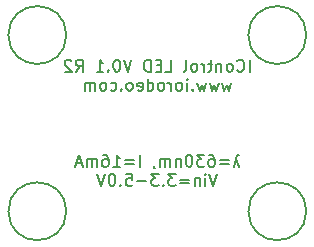
<source format=gbo>
%TF.GenerationSoftware,KiCad,Pcbnew,7.0.10-7.0.10~ubuntu22.04.1*%
%TF.CreationDate,2024-04-15T11:30:46-07:00*%
%TF.ProjectId,630nm_16mA,3633306e-6d5f-4313-966d-412e6b696361,rev?*%
%TF.SameCoordinates,Original*%
%TF.FileFunction,Legend,Bot*%
%TF.FilePolarity,Positive*%
%FSLAX46Y46*%
G04 Gerber Fmt 4.6, Leading zero omitted, Abs format (unit mm)*
G04 Created by KiCad (PCBNEW 7.0.10-7.0.10~ubuntu22.04.1) date 2024-04-15 11:30:46*
%MOMM*%
%LPD*%
G01*
G04 APERTURE LIST*
%ADD10C,0.150000*%
G04 APERTURE END LIST*
D10*
X70509524Y-55634819D02*
X70509524Y-54634819D01*
X69461906Y-55539580D02*
X69509525Y-55587200D01*
X69509525Y-55587200D02*
X69652382Y-55634819D01*
X69652382Y-55634819D02*
X69747620Y-55634819D01*
X69747620Y-55634819D02*
X69890477Y-55587200D01*
X69890477Y-55587200D02*
X69985715Y-55491961D01*
X69985715Y-55491961D02*
X70033334Y-55396723D01*
X70033334Y-55396723D02*
X70080953Y-55206247D01*
X70080953Y-55206247D02*
X70080953Y-55063390D01*
X70080953Y-55063390D02*
X70033334Y-54872914D01*
X70033334Y-54872914D02*
X69985715Y-54777676D01*
X69985715Y-54777676D02*
X69890477Y-54682438D01*
X69890477Y-54682438D02*
X69747620Y-54634819D01*
X69747620Y-54634819D02*
X69652382Y-54634819D01*
X69652382Y-54634819D02*
X69509525Y-54682438D01*
X69509525Y-54682438D02*
X69461906Y-54730057D01*
X68890477Y-55634819D02*
X68985715Y-55587200D01*
X68985715Y-55587200D02*
X69033334Y-55539580D01*
X69033334Y-55539580D02*
X69080953Y-55444342D01*
X69080953Y-55444342D02*
X69080953Y-55158628D01*
X69080953Y-55158628D02*
X69033334Y-55063390D01*
X69033334Y-55063390D02*
X68985715Y-55015771D01*
X68985715Y-55015771D02*
X68890477Y-54968152D01*
X68890477Y-54968152D02*
X68747620Y-54968152D01*
X68747620Y-54968152D02*
X68652382Y-55015771D01*
X68652382Y-55015771D02*
X68604763Y-55063390D01*
X68604763Y-55063390D02*
X68557144Y-55158628D01*
X68557144Y-55158628D02*
X68557144Y-55444342D01*
X68557144Y-55444342D02*
X68604763Y-55539580D01*
X68604763Y-55539580D02*
X68652382Y-55587200D01*
X68652382Y-55587200D02*
X68747620Y-55634819D01*
X68747620Y-55634819D02*
X68890477Y-55634819D01*
X68128572Y-54968152D02*
X68128572Y-55634819D01*
X68128572Y-55063390D02*
X68080953Y-55015771D01*
X68080953Y-55015771D02*
X67985715Y-54968152D01*
X67985715Y-54968152D02*
X67842858Y-54968152D01*
X67842858Y-54968152D02*
X67747620Y-55015771D01*
X67747620Y-55015771D02*
X67700001Y-55111009D01*
X67700001Y-55111009D02*
X67700001Y-55634819D01*
X67366667Y-54968152D02*
X66985715Y-54968152D01*
X67223810Y-54634819D02*
X67223810Y-55491961D01*
X67223810Y-55491961D02*
X67176191Y-55587200D01*
X67176191Y-55587200D02*
X67080953Y-55634819D01*
X67080953Y-55634819D02*
X66985715Y-55634819D01*
X66652381Y-55634819D02*
X66652381Y-54968152D01*
X66652381Y-55158628D02*
X66604762Y-55063390D01*
X66604762Y-55063390D02*
X66557143Y-55015771D01*
X66557143Y-55015771D02*
X66461905Y-54968152D01*
X66461905Y-54968152D02*
X66366667Y-54968152D01*
X65890476Y-55634819D02*
X65985714Y-55587200D01*
X65985714Y-55587200D02*
X66033333Y-55539580D01*
X66033333Y-55539580D02*
X66080952Y-55444342D01*
X66080952Y-55444342D02*
X66080952Y-55158628D01*
X66080952Y-55158628D02*
X66033333Y-55063390D01*
X66033333Y-55063390D02*
X65985714Y-55015771D01*
X65985714Y-55015771D02*
X65890476Y-54968152D01*
X65890476Y-54968152D02*
X65747619Y-54968152D01*
X65747619Y-54968152D02*
X65652381Y-55015771D01*
X65652381Y-55015771D02*
X65604762Y-55063390D01*
X65604762Y-55063390D02*
X65557143Y-55158628D01*
X65557143Y-55158628D02*
X65557143Y-55444342D01*
X65557143Y-55444342D02*
X65604762Y-55539580D01*
X65604762Y-55539580D02*
X65652381Y-55587200D01*
X65652381Y-55587200D02*
X65747619Y-55634819D01*
X65747619Y-55634819D02*
X65890476Y-55634819D01*
X64985714Y-55634819D02*
X65080952Y-55587200D01*
X65080952Y-55587200D02*
X65128571Y-55491961D01*
X65128571Y-55491961D02*
X65128571Y-54634819D01*
X63366666Y-55634819D02*
X63842856Y-55634819D01*
X63842856Y-55634819D02*
X63842856Y-54634819D01*
X63033332Y-55111009D02*
X62699999Y-55111009D01*
X62557142Y-55634819D02*
X63033332Y-55634819D01*
X63033332Y-55634819D02*
X63033332Y-54634819D01*
X63033332Y-54634819D02*
X62557142Y-54634819D01*
X62128570Y-55634819D02*
X62128570Y-54634819D01*
X62128570Y-54634819D02*
X61890475Y-54634819D01*
X61890475Y-54634819D02*
X61747618Y-54682438D01*
X61747618Y-54682438D02*
X61652380Y-54777676D01*
X61652380Y-54777676D02*
X61604761Y-54872914D01*
X61604761Y-54872914D02*
X61557142Y-55063390D01*
X61557142Y-55063390D02*
X61557142Y-55206247D01*
X61557142Y-55206247D02*
X61604761Y-55396723D01*
X61604761Y-55396723D02*
X61652380Y-55491961D01*
X61652380Y-55491961D02*
X61747618Y-55587200D01*
X61747618Y-55587200D02*
X61890475Y-55634819D01*
X61890475Y-55634819D02*
X62128570Y-55634819D01*
X60509522Y-54634819D02*
X60176189Y-55634819D01*
X60176189Y-55634819D02*
X59842856Y-54634819D01*
X59319046Y-54634819D02*
X59223808Y-54634819D01*
X59223808Y-54634819D02*
X59128570Y-54682438D01*
X59128570Y-54682438D02*
X59080951Y-54730057D01*
X59080951Y-54730057D02*
X59033332Y-54825295D01*
X59033332Y-54825295D02*
X58985713Y-55015771D01*
X58985713Y-55015771D02*
X58985713Y-55253866D01*
X58985713Y-55253866D02*
X59033332Y-55444342D01*
X59033332Y-55444342D02*
X59080951Y-55539580D01*
X59080951Y-55539580D02*
X59128570Y-55587200D01*
X59128570Y-55587200D02*
X59223808Y-55634819D01*
X59223808Y-55634819D02*
X59319046Y-55634819D01*
X59319046Y-55634819D02*
X59414284Y-55587200D01*
X59414284Y-55587200D02*
X59461903Y-55539580D01*
X59461903Y-55539580D02*
X59509522Y-55444342D01*
X59509522Y-55444342D02*
X59557141Y-55253866D01*
X59557141Y-55253866D02*
X59557141Y-55015771D01*
X59557141Y-55015771D02*
X59509522Y-54825295D01*
X59509522Y-54825295D02*
X59461903Y-54730057D01*
X59461903Y-54730057D02*
X59414284Y-54682438D01*
X59414284Y-54682438D02*
X59319046Y-54634819D01*
X58557141Y-55539580D02*
X58509522Y-55587200D01*
X58509522Y-55587200D02*
X58557141Y-55634819D01*
X58557141Y-55634819D02*
X58604760Y-55587200D01*
X58604760Y-55587200D02*
X58557141Y-55539580D01*
X58557141Y-55539580D02*
X58557141Y-55634819D01*
X57557142Y-55634819D02*
X58128570Y-55634819D01*
X57842856Y-55634819D02*
X57842856Y-54634819D01*
X57842856Y-54634819D02*
X57938094Y-54777676D01*
X57938094Y-54777676D02*
X58033332Y-54872914D01*
X58033332Y-54872914D02*
X58128570Y-54920533D01*
X55795237Y-55634819D02*
X56128570Y-55158628D01*
X56366665Y-55634819D02*
X56366665Y-54634819D01*
X56366665Y-54634819D02*
X55985713Y-54634819D01*
X55985713Y-54634819D02*
X55890475Y-54682438D01*
X55890475Y-54682438D02*
X55842856Y-54730057D01*
X55842856Y-54730057D02*
X55795237Y-54825295D01*
X55795237Y-54825295D02*
X55795237Y-54968152D01*
X55795237Y-54968152D02*
X55842856Y-55063390D01*
X55842856Y-55063390D02*
X55890475Y-55111009D01*
X55890475Y-55111009D02*
X55985713Y-55158628D01*
X55985713Y-55158628D02*
X56366665Y-55158628D01*
X55414284Y-54730057D02*
X55366665Y-54682438D01*
X55366665Y-54682438D02*
X55271427Y-54634819D01*
X55271427Y-54634819D02*
X55033332Y-54634819D01*
X55033332Y-54634819D02*
X54938094Y-54682438D01*
X54938094Y-54682438D02*
X54890475Y-54730057D01*
X54890475Y-54730057D02*
X54842856Y-54825295D01*
X54842856Y-54825295D02*
X54842856Y-54920533D01*
X54842856Y-54920533D02*
X54890475Y-55063390D01*
X54890475Y-55063390D02*
X55461903Y-55634819D01*
X55461903Y-55634819D02*
X54842856Y-55634819D01*
X68938094Y-56578152D02*
X68747618Y-57244819D01*
X68747618Y-57244819D02*
X68557142Y-56768628D01*
X68557142Y-56768628D02*
X68366666Y-57244819D01*
X68366666Y-57244819D02*
X68176190Y-56578152D01*
X67890475Y-56578152D02*
X67699999Y-57244819D01*
X67699999Y-57244819D02*
X67509523Y-56768628D01*
X67509523Y-56768628D02*
X67319047Y-57244819D01*
X67319047Y-57244819D02*
X67128571Y-56578152D01*
X66842856Y-56578152D02*
X66652380Y-57244819D01*
X66652380Y-57244819D02*
X66461904Y-56768628D01*
X66461904Y-56768628D02*
X66271428Y-57244819D01*
X66271428Y-57244819D02*
X66080952Y-56578152D01*
X65699999Y-57149580D02*
X65652380Y-57197200D01*
X65652380Y-57197200D02*
X65699999Y-57244819D01*
X65699999Y-57244819D02*
X65747618Y-57197200D01*
X65747618Y-57197200D02*
X65699999Y-57149580D01*
X65699999Y-57149580D02*
X65699999Y-57244819D01*
X65223809Y-57244819D02*
X65223809Y-56578152D01*
X65223809Y-56244819D02*
X65271428Y-56292438D01*
X65271428Y-56292438D02*
X65223809Y-56340057D01*
X65223809Y-56340057D02*
X65176190Y-56292438D01*
X65176190Y-56292438D02*
X65223809Y-56244819D01*
X65223809Y-56244819D02*
X65223809Y-56340057D01*
X64604762Y-57244819D02*
X64700000Y-57197200D01*
X64700000Y-57197200D02*
X64747619Y-57149580D01*
X64747619Y-57149580D02*
X64795238Y-57054342D01*
X64795238Y-57054342D02*
X64795238Y-56768628D01*
X64795238Y-56768628D02*
X64747619Y-56673390D01*
X64747619Y-56673390D02*
X64700000Y-56625771D01*
X64700000Y-56625771D02*
X64604762Y-56578152D01*
X64604762Y-56578152D02*
X64461905Y-56578152D01*
X64461905Y-56578152D02*
X64366667Y-56625771D01*
X64366667Y-56625771D02*
X64319048Y-56673390D01*
X64319048Y-56673390D02*
X64271429Y-56768628D01*
X64271429Y-56768628D02*
X64271429Y-57054342D01*
X64271429Y-57054342D02*
X64319048Y-57149580D01*
X64319048Y-57149580D02*
X64366667Y-57197200D01*
X64366667Y-57197200D02*
X64461905Y-57244819D01*
X64461905Y-57244819D02*
X64604762Y-57244819D01*
X63842857Y-57244819D02*
X63842857Y-56578152D01*
X63842857Y-56768628D02*
X63795238Y-56673390D01*
X63795238Y-56673390D02*
X63747619Y-56625771D01*
X63747619Y-56625771D02*
X63652381Y-56578152D01*
X63652381Y-56578152D02*
X63557143Y-56578152D01*
X63080952Y-57244819D02*
X63176190Y-57197200D01*
X63176190Y-57197200D02*
X63223809Y-57149580D01*
X63223809Y-57149580D02*
X63271428Y-57054342D01*
X63271428Y-57054342D02*
X63271428Y-56768628D01*
X63271428Y-56768628D02*
X63223809Y-56673390D01*
X63223809Y-56673390D02*
X63176190Y-56625771D01*
X63176190Y-56625771D02*
X63080952Y-56578152D01*
X63080952Y-56578152D02*
X62938095Y-56578152D01*
X62938095Y-56578152D02*
X62842857Y-56625771D01*
X62842857Y-56625771D02*
X62795238Y-56673390D01*
X62795238Y-56673390D02*
X62747619Y-56768628D01*
X62747619Y-56768628D02*
X62747619Y-57054342D01*
X62747619Y-57054342D02*
X62795238Y-57149580D01*
X62795238Y-57149580D02*
X62842857Y-57197200D01*
X62842857Y-57197200D02*
X62938095Y-57244819D01*
X62938095Y-57244819D02*
X63080952Y-57244819D01*
X61890476Y-57244819D02*
X61890476Y-56244819D01*
X61890476Y-57197200D02*
X61985714Y-57244819D01*
X61985714Y-57244819D02*
X62176190Y-57244819D01*
X62176190Y-57244819D02*
X62271428Y-57197200D01*
X62271428Y-57197200D02*
X62319047Y-57149580D01*
X62319047Y-57149580D02*
X62366666Y-57054342D01*
X62366666Y-57054342D02*
X62366666Y-56768628D01*
X62366666Y-56768628D02*
X62319047Y-56673390D01*
X62319047Y-56673390D02*
X62271428Y-56625771D01*
X62271428Y-56625771D02*
X62176190Y-56578152D01*
X62176190Y-56578152D02*
X61985714Y-56578152D01*
X61985714Y-56578152D02*
X61890476Y-56625771D01*
X61033333Y-57197200D02*
X61128571Y-57244819D01*
X61128571Y-57244819D02*
X61319047Y-57244819D01*
X61319047Y-57244819D02*
X61414285Y-57197200D01*
X61414285Y-57197200D02*
X61461904Y-57101961D01*
X61461904Y-57101961D02*
X61461904Y-56721009D01*
X61461904Y-56721009D02*
X61414285Y-56625771D01*
X61414285Y-56625771D02*
X61319047Y-56578152D01*
X61319047Y-56578152D02*
X61128571Y-56578152D01*
X61128571Y-56578152D02*
X61033333Y-56625771D01*
X61033333Y-56625771D02*
X60985714Y-56721009D01*
X60985714Y-56721009D02*
X60985714Y-56816247D01*
X60985714Y-56816247D02*
X61461904Y-56911485D01*
X60414285Y-57244819D02*
X60509523Y-57197200D01*
X60509523Y-57197200D02*
X60557142Y-57149580D01*
X60557142Y-57149580D02*
X60604761Y-57054342D01*
X60604761Y-57054342D02*
X60604761Y-56768628D01*
X60604761Y-56768628D02*
X60557142Y-56673390D01*
X60557142Y-56673390D02*
X60509523Y-56625771D01*
X60509523Y-56625771D02*
X60414285Y-56578152D01*
X60414285Y-56578152D02*
X60271428Y-56578152D01*
X60271428Y-56578152D02*
X60176190Y-56625771D01*
X60176190Y-56625771D02*
X60128571Y-56673390D01*
X60128571Y-56673390D02*
X60080952Y-56768628D01*
X60080952Y-56768628D02*
X60080952Y-57054342D01*
X60080952Y-57054342D02*
X60128571Y-57149580D01*
X60128571Y-57149580D02*
X60176190Y-57197200D01*
X60176190Y-57197200D02*
X60271428Y-57244819D01*
X60271428Y-57244819D02*
X60414285Y-57244819D01*
X59652380Y-57149580D02*
X59604761Y-57197200D01*
X59604761Y-57197200D02*
X59652380Y-57244819D01*
X59652380Y-57244819D02*
X59699999Y-57197200D01*
X59699999Y-57197200D02*
X59652380Y-57149580D01*
X59652380Y-57149580D02*
X59652380Y-57244819D01*
X58747619Y-57197200D02*
X58842857Y-57244819D01*
X58842857Y-57244819D02*
X59033333Y-57244819D01*
X59033333Y-57244819D02*
X59128571Y-57197200D01*
X59128571Y-57197200D02*
X59176190Y-57149580D01*
X59176190Y-57149580D02*
X59223809Y-57054342D01*
X59223809Y-57054342D02*
X59223809Y-56768628D01*
X59223809Y-56768628D02*
X59176190Y-56673390D01*
X59176190Y-56673390D02*
X59128571Y-56625771D01*
X59128571Y-56625771D02*
X59033333Y-56578152D01*
X59033333Y-56578152D02*
X58842857Y-56578152D01*
X58842857Y-56578152D02*
X58747619Y-56625771D01*
X58176190Y-57244819D02*
X58271428Y-57197200D01*
X58271428Y-57197200D02*
X58319047Y-57149580D01*
X58319047Y-57149580D02*
X58366666Y-57054342D01*
X58366666Y-57054342D02*
X58366666Y-56768628D01*
X58366666Y-56768628D02*
X58319047Y-56673390D01*
X58319047Y-56673390D02*
X58271428Y-56625771D01*
X58271428Y-56625771D02*
X58176190Y-56578152D01*
X58176190Y-56578152D02*
X58033333Y-56578152D01*
X58033333Y-56578152D02*
X57938095Y-56625771D01*
X57938095Y-56625771D02*
X57890476Y-56673390D01*
X57890476Y-56673390D02*
X57842857Y-56768628D01*
X57842857Y-56768628D02*
X57842857Y-57054342D01*
X57842857Y-57054342D02*
X57890476Y-57149580D01*
X57890476Y-57149580D02*
X57938095Y-57197200D01*
X57938095Y-57197200D02*
X58033333Y-57244819D01*
X58033333Y-57244819D02*
X58176190Y-57244819D01*
X57414285Y-57244819D02*
X57414285Y-56578152D01*
X57414285Y-56673390D02*
X57366666Y-56625771D01*
X57366666Y-56625771D02*
X57271428Y-56578152D01*
X57271428Y-56578152D02*
X57128571Y-56578152D01*
X57128571Y-56578152D02*
X57033333Y-56625771D01*
X57033333Y-56625771D02*
X56985714Y-56721009D01*
X56985714Y-56721009D02*
X56985714Y-57244819D01*
X56985714Y-56721009D02*
X56938095Y-56625771D01*
X56938095Y-56625771D02*
X56842857Y-56578152D01*
X56842857Y-56578152D02*
X56700000Y-56578152D01*
X56700000Y-56578152D02*
X56604761Y-56625771D01*
X56604761Y-56625771D02*
X56557142Y-56721009D01*
X56557142Y-56721009D02*
X56557142Y-57244819D01*
X69390475Y-63018152D02*
X69628570Y-63684819D01*
X69628570Y-62684819D02*
X69533332Y-62684819D01*
X69533332Y-62684819D02*
X69485713Y-62732438D01*
X69485713Y-62732438D02*
X69390475Y-63018152D01*
X69390475Y-63018152D02*
X69152380Y-63684819D01*
X68771427Y-63161009D02*
X68009523Y-63161009D01*
X68009523Y-63446723D02*
X68771427Y-63446723D01*
X67104761Y-62684819D02*
X67295237Y-62684819D01*
X67295237Y-62684819D02*
X67390475Y-62732438D01*
X67390475Y-62732438D02*
X67438094Y-62780057D01*
X67438094Y-62780057D02*
X67533332Y-62922914D01*
X67533332Y-62922914D02*
X67580951Y-63113390D01*
X67580951Y-63113390D02*
X67580951Y-63494342D01*
X67580951Y-63494342D02*
X67533332Y-63589580D01*
X67533332Y-63589580D02*
X67485713Y-63637200D01*
X67485713Y-63637200D02*
X67390475Y-63684819D01*
X67390475Y-63684819D02*
X67199999Y-63684819D01*
X67199999Y-63684819D02*
X67104761Y-63637200D01*
X67104761Y-63637200D02*
X67057142Y-63589580D01*
X67057142Y-63589580D02*
X67009523Y-63494342D01*
X67009523Y-63494342D02*
X67009523Y-63256247D01*
X67009523Y-63256247D02*
X67057142Y-63161009D01*
X67057142Y-63161009D02*
X67104761Y-63113390D01*
X67104761Y-63113390D02*
X67199999Y-63065771D01*
X67199999Y-63065771D02*
X67390475Y-63065771D01*
X67390475Y-63065771D02*
X67485713Y-63113390D01*
X67485713Y-63113390D02*
X67533332Y-63161009D01*
X67533332Y-63161009D02*
X67580951Y-63256247D01*
X66676189Y-62684819D02*
X66057142Y-62684819D01*
X66057142Y-62684819D02*
X66390475Y-63065771D01*
X66390475Y-63065771D02*
X66247618Y-63065771D01*
X66247618Y-63065771D02*
X66152380Y-63113390D01*
X66152380Y-63113390D02*
X66104761Y-63161009D01*
X66104761Y-63161009D02*
X66057142Y-63256247D01*
X66057142Y-63256247D02*
X66057142Y-63494342D01*
X66057142Y-63494342D02*
X66104761Y-63589580D01*
X66104761Y-63589580D02*
X66152380Y-63637200D01*
X66152380Y-63637200D02*
X66247618Y-63684819D01*
X66247618Y-63684819D02*
X66533332Y-63684819D01*
X66533332Y-63684819D02*
X66628570Y-63637200D01*
X66628570Y-63637200D02*
X66676189Y-63589580D01*
X65438094Y-62684819D02*
X65342856Y-62684819D01*
X65342856Y-62684819D02*
X65247618Y-62732438D01*
X65247618Y-62732438D02*
X65199999Y-62780057D01*
X65199999Y-62780057D02*
X65152380Y-62875295D01*
X65152380Y-62875295D02*
X65104761Y-63065771D01*
X65104761Y-63065771D02*
X65104761Y-63303866D01*
X65104761Y-63303866D02*
X65152380Y-63494342D01*
X65152380Y-63494342D02*
X65199999Y-63589580D01*
X65199999Y-63589580D02*
X65247618Y-63637200D01*
X65247618Y-63637200D02*
X65342856Y-63684819D01*
X65342856Y-63684819D02*
X65438094Y-63684819D01*
X65438094Y-63684819D02*
X65533332Y-63637200D01*
X65533332Y-63637200D02*
X65580951Y-63589580D01*
X65580951Y-63589580D02*
X65628570Y-63494342D01*
X65628570Y-63494342D02*
X65676189Y-63303866D01*
X65676189Y-63303866D02*
X65676189Y-63065771D01*
X65676189Y-63065771D02*
X65628570Y-62875295D01*
X65628570Y-62875295D02*
X65580951Y-62780057D01*
X65580951Y-62780057D02*
X65533332Y-62732438D01*
X65533332Y-62732438D02*
X65438094Y-62684819D01*
X64676189Y-63018152D02*
X64676189Y-63684819D01*
X64676189Y-63113390D02*
X64628570Y-63065771D01*
X64628570Y-63065771D02*
X64533332Y-63018152D01*
X64533332Y-63018152D02*
X64390475Y-63018152D01*
X64390475Y-63018152D02*
X64295237Y-63065771D01*
X64295237Y-63065771D02*
X64247618Y-63161009D01*
X64247618Y-63161009D02*
X64247618Y-63684819D01*
X63771427Y-63684819D02*
X63771427Y-63018152D01*
X63771427Y-63113390D02*
X63723808Y-63065771D01*
X63723808Y-63065771D02*
X63628570Y-63018152D01*
X63628570Y-63018152D02*
X63485713Y-63018152D01*
X63485713Y-63018152D02*
X63390475Y-63065771D01*
X63390475Y-63065771D02*
X63342856Y-63161009D01*
X63342856Y-63161009D02*
X63342856Y-63684819D01*
X63342856Y-63161009D02*
X63295237Y-63065771D01*
X63295237Y-63065771D02*
X63199999Y-63018152D01*
X63199999Y-63018152D02*
X63057142Y-63018152D01*
X63057142Y-63018152D02*
X62961903Y-63065771D01*
X62961903Y-63065771D02*
X62914284Y-63161009D01*
X62914284Y-63161009D02*
X62914284Y-63684819D01*
X62390475Y-63637200D02*
X62390475Y-63684819D01*
X62390475Y-63684819D02*
X62438094Y-63780057D01*
X62438094Y-63780057D02*
X62485713Y-63827676D01*
X61199999Y-63684819D02*
X61199999Y-62684819D01*
X60723809Y-63161009D02*
X59961905Y-63161009D01*
X59961905Y-63446723D02*
X60723809Y-63446723D01*
X58961905Y-63684819D02*
X59533333Y-63684819D01*
X59247619Y-63684819D02*
X59247619Y-62684819D01*
X59247619Y-62684819D02*
X59342857Y-62827676D01*
X59342857Y-62827676D02*
X59438095Y-62922914D01*
X59438095Y-62922914D02*
X59533333Y-62970533D01*
X58104762Y-62684819D02*
X58295238Y-62684819D01*
X58295238Y-62684819D02*
X58390476Y-62732438D01*
X58390476Y-62732438D02*
X58438095Y-62780057D01*
X58438095Y-62780057D02*
X58533333Y-62922914D01*
X58533333Y-62922914D02*
X58580952Y-63113390D01*
X58580952Y-63113390D02*
X58580952Y-63494342D01*
X58580952Y-63494342D02*
X58533333Y-63589580D01*
X58533333Y-63589580D02*
X58485714Y-63637200D01*
X58485714Y-63637200D02*
X58390476Y-63684819D01*
X58390476Y-63684819D02*
X58200000Y-63684819D01*
X58200000Y-63684819D02*
X58104762Y-63637200D01*
X58104762Y-63637200D02*
X58057143Y-63589580D01*
X58057143Y-63589580D02*
X58009524Y-63494342D01*
X58009524Y-63494342D02*
X58009524Y-63256247D01*
X58009524Y-63256247D02*
X58057143Y-63161009D01*
X58057143Y-63161009D02*
X58104762Y-63113390D01*
X58104762Y-63113390D02*
X58200000Y-63065771D01*
X58200000Y-63065771D02*
X58390476Y-63065771D01*
X58390476Y-63065771D02*
X58485714Y-63113390D01*
X58485714Y-63113390D02*
X58533333Y-63161009D01*
X58533333Y-63161009D02*
X58580952Y-63256247D01*
X57580952Y-63684819D02*
X57580952Y-63018152D01*
X57580952Y-63113390D02*
X57533333Y-63065771D01*
X57533333Y-63065771D02*
X57438095Y-63018152D01*
X57438095Y-63018152D02*
X57295238Y-63018152D01*
X57295238Y-63018152D02*
X57200000Y-63065771D01*
X57200000Y-63065771D02*
X57152381Y-63161009D01*
X57152381Y-63161009D02*
X57152381Y-63684819D01*
X57152381Y-63161009D02*
X57104762Y-63065771D01*
X57104762Y-63065771D02*
X57009524Y-63018152D01*
X57009524Y-63018152D02*
X56866667Y-63018152D01*
X56866667Y-63018152D02*
X56771428Y-63065771D01*
X56771428Y-63065771D02*
X56723809Y-63161009D01*
X56723809Y-63161009D02*
X56723809Y-63684819D01*
X56295238Y-63399104D02*
X55819048Y-63399104D01*
X56390476Y-63684819D02*
X56057143Y-62684819D01*
X56057143Y-62684819D02*
X55723810Y-63684819D01*
X67771427Y-64294819D02*
X67438094Y-65294819D01*
X67438094Y-65294819D02*
X67104761Y-64294819D01*
X66771427Y-65294819D02*
X66771427Y-64628152D01*
X66771427Y-64294819D02*
X66819046Y-64342438D01*
X66819046Y-64342438D02*
X66771427Y-64390057D01*
X66771427Y-64390057D02*
X66723808Y-64342438D01*
X66723808Y-64342438D02*
X66771427Y-64294819D01*
X66771427Y-64294819D02*
X66771427Y-64390057D01*
X66295237Y-64628152D02*
X66295237Y-65294819D01*
X66295237Y-64723390D02*
X66247618Y-64675771D01*
X66247618Y-64675771D02*
X66152380Y-64628152D01*
X66152380Y-64628152D02*
X66009523Y-64628152D01*
X66009523Y-64628152D02*
X65914285Y-64675771D01*
X65914285Y-64675771D02*
X65866666Y-64771009D01*
X65866666Y-64771009D02*
X65866666Y-65294819D01*
X65390475Y-64771009D02*
X64628571Y-64771009D01*
X64628571Y-65056723D02*
X65390475Y-65056723D01*
X64247618Y-64294819D02*
X63628571Y-64294819D01*
X63628571Y-64294819D02*
X63961904Y-64675771D01*
X63961904Y-64675771D02*
X63819047Y-64675771D01*
X63819047Y-64675771D02*
X63723809Y-64723390D01*
X63723809Y-64723390D02*
X63676190Y-64771009D01*
X63676190Y-64771009D02*
X63628571Y-64866247D01*
X63628571Y-64866247D02*
X63628571Y-65104342D01*
X63628571Y-65104342D02*
X63676190Y-65199580D01*
X63676190Y-65199580D02*
X63723809Y-65247200D01*
X63723809Y-65247200D02*
X63819047Y-65294819D01*
X63819047Y-65294819D02*
X64104761Y-65294819D01*
X64104761Y-65294819D02*
X64199999Y-65247200D01*
X64199999Y-65247200D02*
X64247618Y-65199580D01*
X63199999Y-65199580D02*
X63152380Y-65247200D01*
X63152380Y-65247200D02*
X63199999Y-65294819D01*
X63199999Y-65294819D02*
X63247618Y-65247200D01*
X63247618Y-65247200D02*
X63199999Y-65199580D01*
X63199999Y-65199580D02*
X63199999Y-65294819D01*
X62819047Y-64294819D02*
X62200000Y-64294819D01*
X62200000Y-64294819D02*
X62533333Y-64675771D01*
X62533333Y-64675771D02*
X62390476Y-64675771D01*
X62390476Y-64675771D02*
X62295238Y-64723390D01*
X62295238Y-64723390D02*
X62247619Y-64771009D01*
X62247619Y-64771009D02*
X62200000Y-64866247D01*
X62200000Y-64866247D02*
X62200000Y-65104342D01*
X62200000Y-65104342D02*
X62247619Y-65199580D01*
X62247619Y-65199580D02*
X62295238Y-65247200D01*
X62295238Y-65247200D02*
X62390476Y-65294819D01*
X62390476Y-65294819D02*
X62676190Y-65294819D01*
X62676190Y-65294819D02*
X62771428Y-65247200D01*
X62771428Y-65247200D02*
X62819047Y-65199580D01*
X61771428Y-64913866D02*
X61009524Y-64913866D01*
X60057143Y-64294819D02*
X60533333Y-64294819D01*
X60533333Y-64294819D02*
X60580952Y-64771009D01*
X60580952Y-64771009D02*
X60533333Y-64723390D01*
X60533333Y-64723390D02*
X60438095Y-64675771D01*
X60438095Y-64675771D02*
X60200000Y-64675771D01*
X60200000Y-64675771D02*
X60104762Y-64723390D01*
X60104762Y-64723390D02*
X60057143Y-64771009D01*
X60057143Y-64771009D02*
X60009524Y-64866247D01*
X60009524Y-64866247D02*
X60009524Y-65104342D01*
X60009524Y-65104342D02*
X60057143Y-65199580D01*
X60057143Y-65199580D02*
X60104762Y-65247200D01*
X60104762Y-65247200D02*
X60200000Y-65294819D01*
X60200000Y-65294819D02*
X60438095Y-65294819D01*
X60438095Y-65294819D02*
X60533333Y-65247200D01*
X60533333Y-65247200D02*
X60580952Y-65199580D01*
X59580952Y-65199580D02*
X59533333Y-65247200D01*
X59533333Y-65247200D02*
X59580952Y-65294819D01*
X59580952Y-65294819D02*
X59628571Y-65247200D01*
X59628571Y-65247200D02*
X59580952Y-65199580D01*
X59580952Y-65199580D02*
X59580952Y-65294819D01*
X58914286Y-64294819D02*
X58819048Y-64294819D01*
X58819048Y-64294819D02*
X58723810Y-64342438D01*
X58723810Y-64342438D02*
X58676191Y-64390057D01*
X58676191Y-64390057D02*
X58628572Y-64485295D01*
X58628572Y-64485295D02*
X58580953Y-64675771D01*
X58580953Y-64675771D02*
X58580953Y-64913866D01*
X58580953Y-64913866D02*
X58628572Y-65104342D01*
X58628572Y-65104342D02*
X58676191Y-65199580D01*
X58676191Y-65199580D02*
X58723810Y-65247200D01*
X58723810Y-65247200D02*
X58819048Y-65294819D01*
X58819048Y-65294819D02*
X58914286Y-65294819D01*
X58914286Y-65294819D02*
X59009524Y-65247200D01*
X59009524Y-65247200D02*
X59057143Y-65199580D01*
X59057143Y-65199580D02*
X59104762Y-65104342D01*
X59104762Y-65104342D02*
X59152381Y-64913866D01*
X59152381Y-64913866D02*
X59152381Y-64675771D01*
X59152381Y-64675771D02*
X59104762Y-64485295D01*
X59104762Y-64485295D02*
X59057143Y-64390057D01*
X59057143Y-64390057D02*
X59009524Y-64342438D01*
X59009524Y-64342438D02*
X58914286Y-64294819D01*
X58295238Y-64294819D02*
X57961905Y-65294819D01*
X57961905Y-65294819D02*
X57628572Y-64294819D01*
%TO.C,M1*%
X54990000Y-52540000D02*
G75*
G03*
X50090000Y-52540000I-2450000J0D01*
G01*
X50090000Y-52540000D02*
G75*
G03*
X54990000Y-52540000I2450000J0D01*
G01*
%TO.C,M2*%
X75310000Y-52540000D02*
G75*
G03*
X70410000Y-52540000I-2450000J0D01*
G01*
X70410000Y-52540000D02*
G75*
G03*
X75310000Y-52540000I2450000J0D01*
G01*
%TO.C,M3*%
X75310000Y-67460000D02*
G75*
G03*
X70410000Y-67460000I-2450000J0D01*
G01*
X70410000Y-67460000D02*
G75*
G03*
X75310000Y-67460000I2450000J0D01*
G01*
%TO.C,M4*%
X54990000Y-67460000D02*
G75*
G03*
X50090000Y-67460000I-2450000J0D01*
G01*
X50090000Y-67460000D02*
G75*
G03*
X54990000Y-67460000I2450000J0D01*
G01*
%TD*%
M02*

</source>
